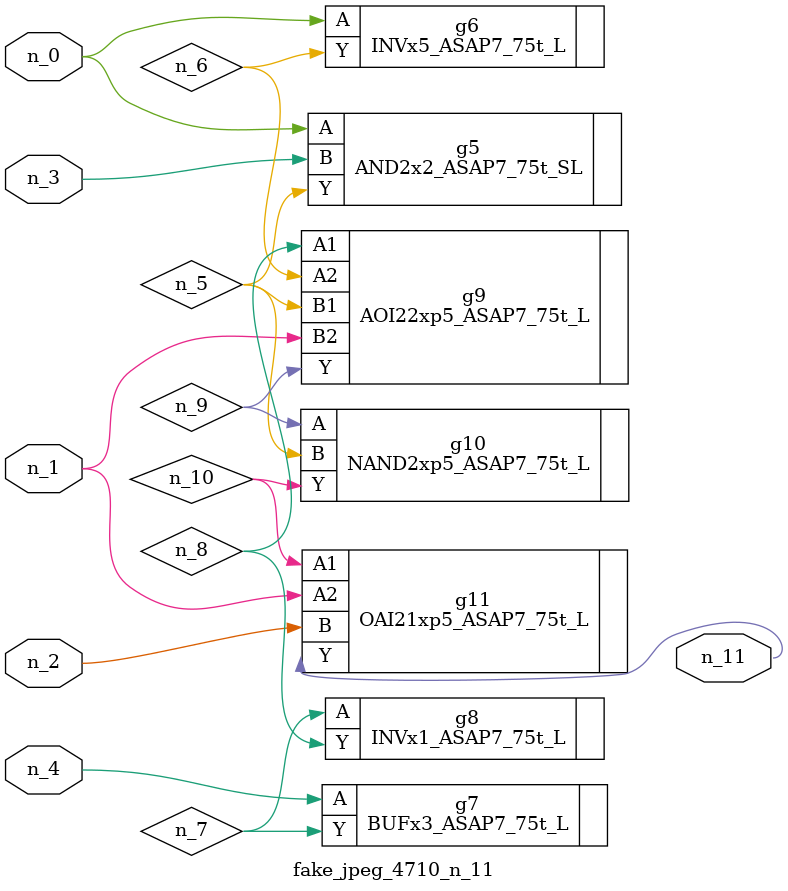
<source format=v>
module fake_jpeg_4710_n_11 (n_3, n_2, n_1, n_0, n_4, n_11);

input n_3;
input n_2;
input n_1;
input n_0;
input n_4;

output n_11;

wire n_10;
wire n_8;
wire n_9;
wire n_6;
wire n_5;
wire n_7;

AND2x2_ASAP7_75t_SL g5 ( 
.A(n_0),
.B(n_3),
.Y(n_5)
);

INVx5_ASAP7_75t_L g6 ( 
.A(n_0),
.Y(n_6)
);

BUFx3_ASAP7_75t_L g7 ( 
.A(n_4),
.Y(n_7)
);

INVx1_ASAP7_75t_L g8 ( 
.A(n_7),
.Y(n_8)
);

AOI22xp5_ASAP7_75t_L g9 ( 
.A1(n_8),
.A2(n_6),
.B1(n_5),
.B2(n_1),
.Y(n_9)
);

NAND2xp5_ASAP7_75t_L g10 ( 
.A(n_9),
.B(n_5),
.Y(n_10)
);

OAI21xp5_ASAP7_75t_L g11 ( 
.A1(n_10),
.A2(n_1),
.B(n_2),
.Y(n_11)
);


endmodule
</source>
